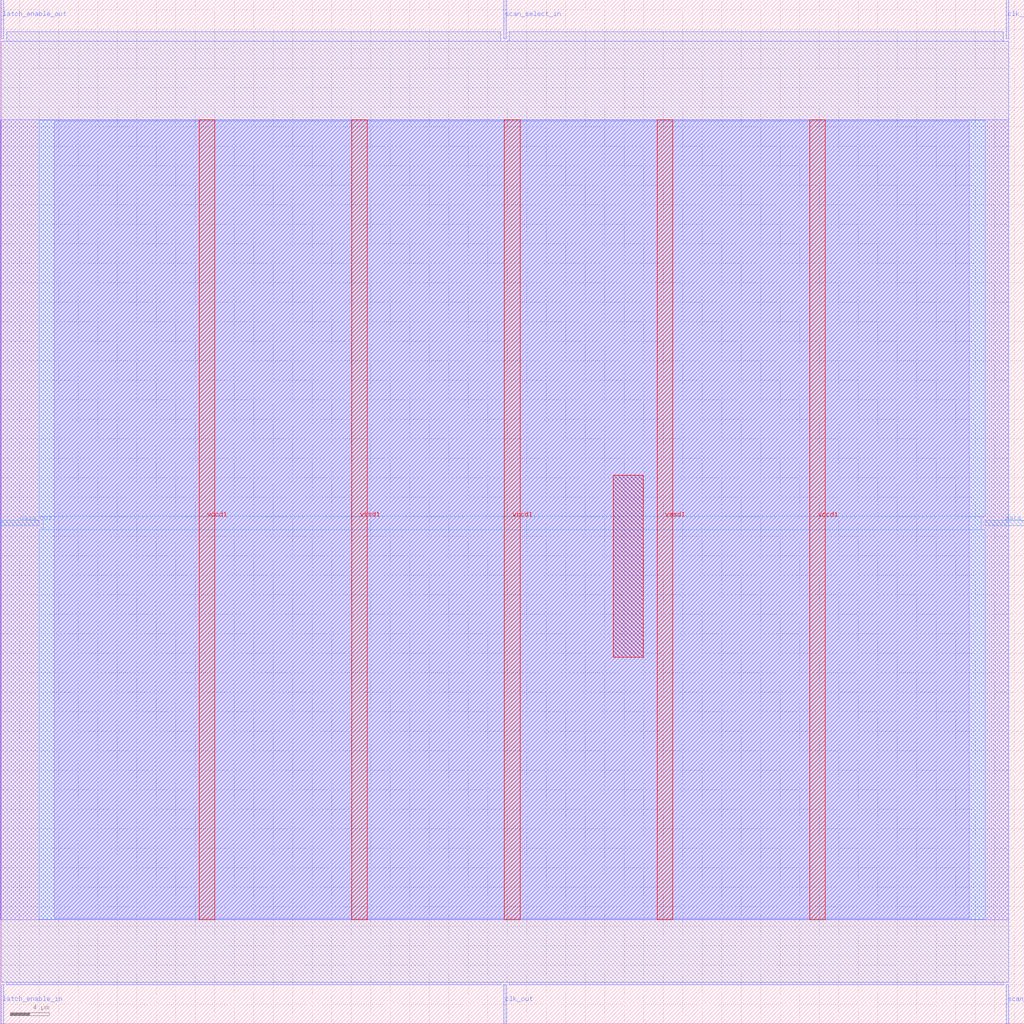
<source format=lef>
VERSION 5.7 ;
  NOWIREEXTENSIONATPIN ON ;
  DIVIDERCHAR "/" ;
  BUSBITCHARS "[]" ;
MACRO scan_wrapper_340661930553246290
  CLASS BLOCK ;
  FOREIGN scan_wrapper_340661930553246290 ;
  ORIGIN 0.000 0.000 ;
  SIZE 105.000 BY 105.000 ;
  PIN clk_in
    DIRECTION INPUT ;
    USE SIGNAL ;
    PORT
      LAYER met2 ;
        RECT 103.130 101.000 103.410 105.000 ;
    END
  END clk_in
  PIN clk_out
    DIRECTION OUTPUT TRISTATE ;
    USE SIGNAL ;
    PORT
      LAYER met2 ;
        RECT 51.610 0.000 51.890 4.000 ;
    END
  END clk_out
  PIN data_in
    DIRECTION INPUT ;
    USE SIGNAL ;
    PORT
      LAYER met3 ;
        RECT 101.000 51.040 105.000 51.640 ;
    END
  END data_in
  PIN data_out
    DIRECTION OUTPUT TRISTATE ;
    USE SIGNAL ;
    PORT
      LAYER met3 ;
        RECT 0.000 51.040 4.000 51.640 ;
    END
  END data_out
  PIN latch_enable_in
    DIRECTION INPUT ;
    USE SIGNAL ;
    PORT
      LAYER met2 ;
        RECT 0.090 0.000 0.370 4.000 ;
    END
  END latch_enable_in
  PIN latch_enable_out
    DIRECTION OUTPUT TRISTATE ;
    USE SIGNAL ;
    PORT
      LAYER met2 ;
        RECT 0.090 101.000 0.370 105.000 ;
    END
  END latch_enable_out
  PIN scan_select_in
    DIRECTION INPUT ;
    USE SIGNAL ;
    PORT
      LAYER met2 ;
        RECT 51.610 101.000 51.890 105.000 ;
    END
  END scan_select_in
  PIN scan_select_out
    DIRECTION OUTPUT TRISTATE ;
    USE SIGNAL ;
    PORT
      LAYER met2 ;
        RECT 103.130 0.000 103.410 4.000 ;
    END
  END scan_select_out
  PIN vccd1
    DIRECTION INPUT ;
    USE POWER ;
    PORT
      LAYER met4 ;
        RECT 20.380 10.640 21.980 92.720 ;
    END
    PORT
      LAYER met4 ;
        RECT 51.700 10.640 53.300 92.720 ;
    END
    PORT
      LAYER met4 ;
        RECT 83.020 10.640 84.620 92.720 ;
    END
  END vccd1
  PIN vssd1
    DIRECTION INPUT ;
    USE GROUND ;
    PORT
      LAYER met4 ;
        RECT 36.040 10.640 37.640 92.720 ;
    END
    PORT
      LAYER met4 ;
        RECT 67.360 10.640 68.960 92.720 ;
    END
  END vssd1
  OBS
      LAYER li1 ;
        RECT 5.520 10.795 99.360 92.565 ;
      LAYER met1 ;
        RECT 0.070 10.640 103.430 92.720 ;
      LAYER met2 ;
        RECT 0.650 100.720 51.330 101.730 ;
        RECT 52.170 100.720 102.850 101.730 ;
        RECT 0.100 4.280 103.400 100.720 ;
        RECT 0.650 4.000 51.330 4.280 ;
        RECT 52.170 4.000 102.850 4.280 ;
      LAYER met3 ;
        RECT 4.000 52.040 101.000 92.645 ;
        RECT 4.400 50.640 100.600 52.040 ;
        RECT 4.000 10.715 101.000 50.640 ;
      LAYER met4 ;
        RECT 62.855 37.575 65.945 56.265 ;
  END
END scan_wrapper_340661930553246290
END LIBRARY


</source>
